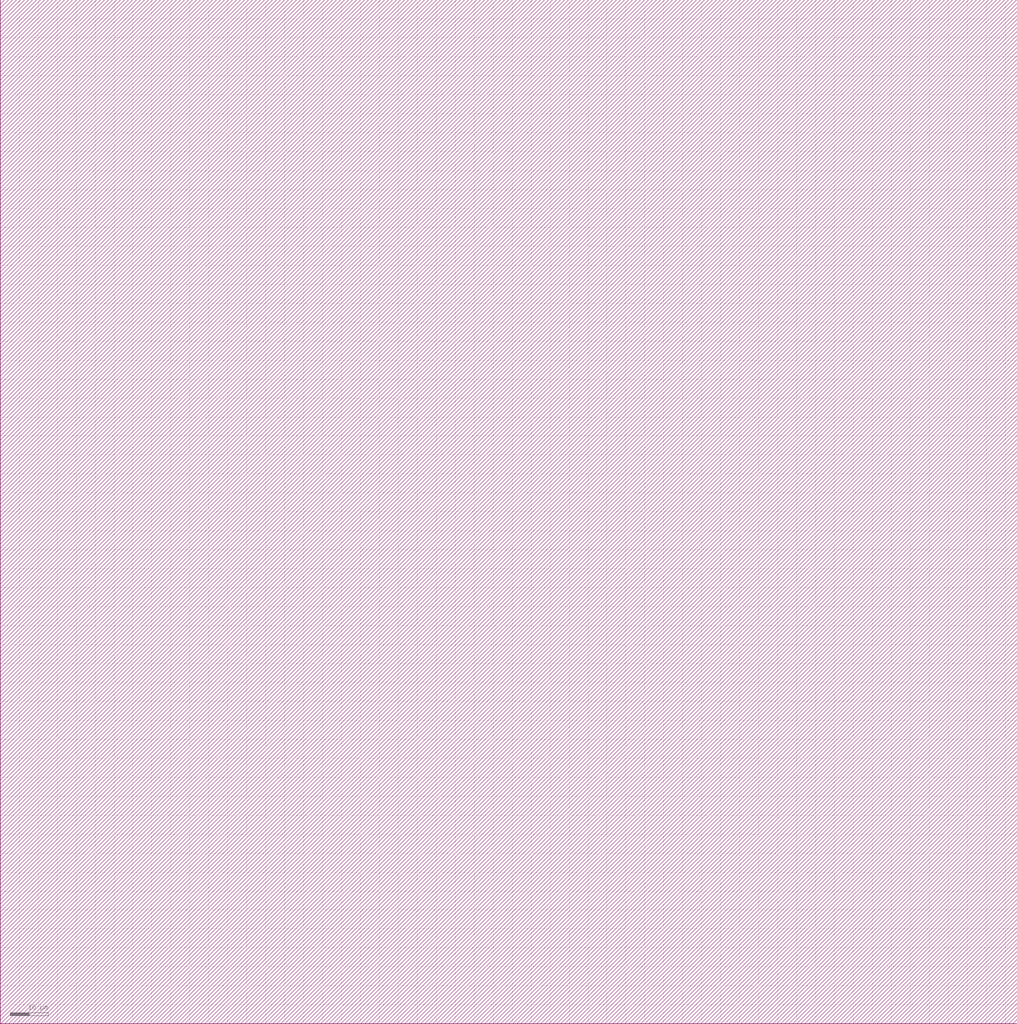
<source format=lef>
VERSION 5.6 ;

BUSBITCHARS "[]" ;

DIVIDERCHAR "/" ;

UNITS
    DATABASE MICRONS 1000 ;
END UNITS

MANUFACTURINGGRID 0.005000 ; 

CLEARANCEMEASURE EUCLIDEAN ; 

USEMINSPACING OBS ON ; 

SITE CoreSite
    CLASS CORE ;
    SIZE 0.600000 BY 0.300000 ;
END CoreSite

LAYER li
   TYPE ROUTING ;
   DIRECTION VERTICAL ;
   MINWIDTH 0.300000 ;
   AREA 0.056250 ;
   WIDTH 0.300000 ;
   SPACINGTABLE
      PARALLELRUNLENGTH 0.0
      WIDTH 0.0 0.225000 ;
   PITCH 0.600000 0.600000 ;
END li

LAYER mcon
    TYPE CUT ;
    SPACING 0.225000 ;
    WIDTH 0.300000 ;
    ENCLOSURE ABOVE 0.075000 0.075000 ;
    ENCLOSURE BELOW 0.000000 0.000000 ;
END mcon

LAYER met1
   TYPE ROUTING ;
   DIRECTION HORIZONTAL ;
   MINWIDTH 0.150000 ;
   AREA 0.084375 ;
   WIDTH 0.150000 ;
   SPACINGTABLE
      PARALLELRUNLENGTH 0.0
      WIDTH 0.0 0.150000 ;
   PITCH 0.300000 0.300000 ;
END met1

LAYER v1
    TYPE CUT ;
    SPACING 0.075000 ;
    WIDTH 0.300000 ;
    ENCLOSURE ABOVE 0.075000 0.075000 ;
    ENCLOSURE BELOW 0.075000 0.075000 ;
END v1

LAYER met2
   TYPE ROUTING ;
   DIRECTION VERTICAL ;
   MINWIDTH 0.150000 ;
   AREA 0.073125 ;
   WIDTH 0.150000 ;
   SPACINGTABLE
      PARALLELRUNLENGTH 0.0
      WIDTH 0.0 0.150000 ;
   PITCH 0.300000 0.300000 ;
END met2

LAYER v2
    TYPE CUT ;
    SPACING 0.150000 ;
    WIDTH 0.300000 ;
    ENCLOSURE ABOVE 0.075000 0.075000 ;
    ENCLOSURE BELOW 0.075000 0.000000 ;
END v2

LAYER met3
   TYPE ROUTING ;
   DIRECTION HORIZONTAL ;
   MINWIDTH 0.300000 ;
   AREA 0.241875 ;
   WIDTH 0.300000 ;
   SPACINGTABLE
      PARALLELRUNLENGTH 0.0
      WIDTH 0.0 0.300000 ;
   PITCH 0.600000 0.600000 ;
END met3

LAYER v3
    TYPE CUT ;
    SPACING 0.150000 ;
    WIDTH 0.450000 ;
    ENCLOSURE ABOVE 0.075000 0.075000 ;
    ENCLOSURE BELOW 0.075000 0.000000 ;
END v3

LAYER met4
   TYPE ROUTING ;
   DIRECTION VERTICAL ;
   MINWIDTH 0.300000 ;
   AREA 0.241875 ;
   WIDTH 0.300000 ;
   SPACINGTABLE
      PARALLELRUNLENGTH 0.0
      WIDTH 0.0 0.300000 ;
   PITCH 0.600000 0.600000 ;
END met4

LAYER v4
    TYPE CUT ;
    SPACING 0.450000 ;
    WIDTH 1.200000 ;
    ENCLOSURE ABOVE 0.150000 0.150000 ;
    ENCLOSURE BELOW 0.000000 0.000000 ;
END v4

LAYER met5
   TYPE ROUTING ;
   DIRECTION HORIZONTAL ;
   MINWIDTH 1.650000 ;
   AREA 4.005000 ;
   WIDTH 1.650000 ;
   SPACINGTABLE
      PARALLELRUNLENGTH 0.0
      WIDTH 0.0 1.650000 ;
   PITCH 3.300000 3.300000 ;
END met5

LAYER OVERLAP
   TYPE OVERLAP ;
END OVERLAP

VIA mcon_C DEFAULT
   LAYER li ;
     RECT -0.150000 -0.150000 0.150000 0.150000 ;
   LAYER mcon ;
     RECT -0.150000 -0.150000 0.150000 0.150000 ;
   LAYER met1 ;
     RECT -0.225000 -0.225000 0.225000 0.225000 ;
END mcon_C

VIA v1_C DEFAULT
   LAYER met1 ;
     RECT -0.225000 -0.225000 0.225000 0.225000 ;
   LAYER v1 ;
     RECT -0.150000 -0.150000 0.150000 0.150000 ;
   LAYER met2 ;
     RECT -0.225000 -0.225000 0.225000 0.225000 ;
END v1_C

VIA v2_C DEFAULT
   LAYER met2 ;
     RECT -0.150000 -0.225000 0.150000 0.225000 ;
   LAYER v2 ;
     RECT -0.150000 -0.150000 0.150000 0.150000 ;
   LAYER met3 ;
     RECT -0.225000 -0.225000 0.225000 0.225000 ;
END v2_C

VIA v2_Ch
   LAYER met2 ;
     RECT -0.225000 -0.150000 0.225000 0.150000 ;
   LAYER v2 ;
     RECT -0.150000 -0.150000 0.150000 0.150000 ;
   LAYER met3 ;
     RECT -0.225000 -0.225000 0.225000 0.225000 ;
END v2_Ch

VIA v2_Cv
   LAYER met2 ;
     RECT -0.150000 -0.225000 0.150000 0.225000 ;
   LAYER v2 ;
     RECT -0.150000 -0.150000 0.150000 0.150000 ;
   LAYER met3 ;
     RECT -0.225000 -0.225000 0.225000 0.225000 ;
END v2_Cv

VIA v3_C DEFAULT
   LAYER met3 ;
     RECT -0.300000 -0.225000 0.300000 0.225000 ;
   LAYER v3 ;
     RECT -0.225000 -0.225000 0.225000 0.225000 ;
   LAYER met4 ;
     RECT -0.300000 -0.300000 0.300000 0.300000 ;
END v3_C

VIA v3_Ch
   LAYER met3 ;
     RECT -0.300000 -0.225000 0.300000 0.225000 ;
   LAYER v3 ;
     RECT -0.225000 -0.225000 0.225000 0.225000 ;
   LAYER met4 ;
     RECT -0.300000 -0.300000 0.300000 0.300000 ;
END v3_Ch

VIA v3_Cv
   LAYER met3 ;
     RECT -0.300000 -0.225000 0.300000 0.225000 ;
   LAYER v3 ;
     RECT -0.225000 -0.225000 0.225000 0.225000 ;
   LAYER met4 ;
     RECT -0.300000 -0.300000 0.300000 0.300000 ;
END v3_Cv

VIA v4_C DEFAULT
   LAYER met4 ;
     RECT -0.600000 -0.600000 0.600000 0.600000 ;
   LAYER v4 ;
     RECT -0.600000 -0.600000 0.600000 0.600000 ;
   LAYER met5 ;
     RECT -0.750000 -0.750000 0.750000 0.750000 ;
END v4_C

MACRO _0_0std_0_0cells_0_0LATCHINV
    CLASS CORE ;
    FOREIGN _0_0std_0_0cells_0_0LATCHINV 0.000000 0.000000 ;
    ORIGIN 0.000000 0.000000 ;
    SIZE 6.000000 BY 5.700000 ;
    SYMMETRY X Y ;
    SITE CoreSite ;
    PIN CLK
        DIRECTION INPUT ;
        USE SIGNAL ;
        PORT
        LAYER li ;
        RECT 1.800000 5.100000 2.100000 5.400000 ;
        RECT 1.800000 4.275000 2.025000 5.100000 ;
        RECT 1.800000 4.050000 2.025000 4.275000 ;
        RECT 1.800000 3.900000 2.025000 4.050000 ;
        RECT 1.800000 3.675000 2.700000 3.900000 ;
        RECT 2.700000 3.675000 2.925000 3.900000 ;
        RECT 2.925000 3.675000 3.000000 3.900000 ;
        END
        ANTENNAGATEAREA 0.506250 ;
    END CLK
    PIN D
        DIRECTION INPUT ;
        USE SIGNAL ;
        PORT
        LAYER li ;
        RECT 0.600000 5.100000 0.900000 5.400000 ;
        RECT 0.675000 4.650000 0.900000 5.100000 ;
        RECT 0.675000 4.425000 0.900000 4.650000 ;
        RECT 0.675000 4.350000 0.900000 4.425000 ;
        END
        ANTENNAGATEAREA 0.337500 ;
    END D
    PIN q
        DIRECTION INPUT ;
        USE SIGNAL ;
        PORT
        LAYER li ;
        RECT 3.150000 4.500000 3.375000 5.100000 ;
        RECT 3.150000 4.275000 3.375000 4.500000 ;
        RECT 3.150000 4.200000 3.375000 4.275000 ;
        RECT 3.000000 5.325000 3.300000 5.400000 ;
        RECT 3.000000 5.100000 3.375000 5.325000 ;
        END
        ANTENNAGATEAREA 0.225000 ;
    END q
    PIN __q
        DIRECTION OUTPUT ;
        USE SIGNAL ;
        PORT
        LAYER li ;
        RECT 1.725000 0.600000 1.950000 1.800000 ;
        RECT 1.725000 0.375000 2.100000 0.600000 ;
        RECT 1.725000 2.475000 1.950000 2.550000 ;
        RECT 1.725000 2.250000 1.950000 2.475000 ;
        RECT 1.725000 2.025000 1.950000 2.250000 ;
        RECT 1.725000 1.800000 1.950000 2.025000 ;
        RECT 1.800000 0.300000 2.100000 0.375000 ;
        RECT 2.550000 2.700000 2.775000 2.925000 ;
        RECT 2.550000 2.475000 2.775000 2.700000 ;
        RECT 2.550000 2.250000 2.775000 2.475000 ;
        RECT 2.550000 2.175000 2.775000 2.250000 ;
        RECT 2.550000 2.925000 2.775000 3.000000 ;
        RECT 4.425000 2.475000 4.650000 2.550000 ;
        RECT 4.425000 2.250000 4.650000 2.475000 ;
        RECT 4.425000 2.025000 4.650000 2.250000 ;
        RECT 4.425000 1.800000 4.650000 2.025000 ;
        RECT 4.425000 1.725000 4.650000 1.800000 ;
        RECT 4.875000 2.700000 4.950000 2.925000 ;
        RECT 4.875000 2.475000 5.250000 2.700000 ;
        RECT 4.875000 2.250000 4.950000 2.475000 ;
        RECT 4.950000 2.700000 5.175000 2.925000 ;
        RECT 4.950000 2.250000 5.175000 2.475000 ;
        RECT 5.175000 2.700000 5.250000 2.925000 ;
        RECT 5.175000 2.250000 5.250000 2.475000 ;
        LAYER mcon ;
        RECT 1.725000 2.250000 1.950000 2.475000 ;
        RECT 2.550000 2.250000 2.775000 2.475000 ;
        RECT 4.425000 2.250000 4.650000 2.475000 ;
        RECT 4.950000 2.250000 5.175000 2.475000 ;
        LAYER met1 ;
        RECT 1.650000 2.475000 5.250000 2.550000 ;
        RECT 1.650000 2.250000 1.725000 2.475000 ;
        RECT 1.650000 2.175000 5.250000 2.250000 ;
        RECT 1.725000 2.250000 1.950000 2.475000 ;
        RECT 1.950000 2.250000 2.550000 2.475000 ;
        RECT 2.550000 2.250000 2.775000 2.475000 ;
        RECT 2.775000 2.250000 4.425000 2.475000 ;
        RECT 4.425000 2.250000 4.650000 2.475000 ;
        RECT 4.650000 2.250000 4.950000 2.475000 ;
        RECT 4.950000 2.250000 5.175000 2.475000 ;
        RECT 5.175000 2.250000 5.250000 2.475000 ;
        END
        ANTENNADIFFAREA 1.406250 ;
    END __q
    PIN Vdd
        DIRECTION INPUT ;
        USE POWER ;
        PORT
        LAYER li ;
        RECT 1.200000 4.425000 1.425000 4.500000 ;
        RECT 1.200000 4.200000 1.425000 4.425000 ;
        RECT 1.200000 3.675000 1.425000 4.200000 ;
        RECT 1.200000 3.450000 1.425000 3.675000 ;
        RECT 1.200000 3.375000 1.425000 3.450000 ;
        RECT 3.600000 3.300000 3.825000 4.200000 ;
        RECT 3.600000 3.075000 3.825000 3.300000 ;
        RECT 3.600000 3.000000 3.825000 3.075000 ;
        RECT 3.600000 4.425000 3.825000 4.500000 ;
        RECT 3.600000 4.200000 3.825000 4.425000 ;
        LAYER mcon ;
        RECT 1.200000 4.200000 1.425000 4.425000 ;
        RECT 3.600000 4.200000 3.825000 4.425000 ;
        LAYER met1 ;
        RECT 1.125000 4.425000 3.900000 4.500000 ;
        RECT 1.125000 4.200000 1.200000 4.425000 ;
        RECT 1.125000 4.125000 3.900000 4.200000 ;
        RECT 1.200000 4.200000 1.425000 4.425000 ;
        RECT 1.425000 4.200000 3.600000 4.425000 ;
        RECT 3.600000 4.200000 3.825000 4.425000 ;
        RECT 3.825000 4.200000 3.900000 4.425000 ;
        END
        ANTENNADIFFAREA 0.815625 ;
    END Vdd
    PIN GND
        DIRECTION INPUT ;
        USE GROUND ;
        PORT
        LAYER li ;
        RECT 0.600000 1.950000 0.900000 2.025000 ;
        RECT 0.600000 1.725000 0.675000 1.950000 ;
        RECT 0.600000 1.200000 0.900000 1.725000 ;
        RECT 0.675000 1.725000 0.900000 1.950000 ;
        RECT 3.075000 1.725000 3.300000 1.950000 ;
        RECT 3.075000 1.950000 3.300000 2.025000 ;
        RECT 3.075000 1.650000 3.300000 1.725000 ;
        LAYER mcon ;
        RECT 0.675000 1.725000 0.900000 1.950000 ;
        RECT 3.075000 1.725000 3.300000 1.950000 ;
        LAYER met1 ;
        RECT 0.600000 1.950000 3.375000 2.025000 ;
        RECT 0.600000 1.725000 0.675000 1.950000 ;
        RECT 0.600000 1.650000 3.375000 1.725000 ;
        RECT 0.675000 1.725000 0.900000 1.950000 ;
        RECT 0.900000 1.725000 3.075000 1.950000 ;
        RECT 3.075000 1.725000 3.300000 1.950000 ;
        RECT 3.300000 1.725000 3.375000 1.950000 ;
        END
        ANTENNADIFFAREA 0.562500 ;
    END GND
    OBS
        LAYER li ;
        RECT 0.675000 3.525000 0.900000 3.600000 ;
        RECT 0.675000 3.300000 0.900000 3.525000 ;
        RECT 0.675000 3.225000 0.900000 3.300000 ;
        RECT 1.275000 1.125000 1.500000 2.775000 ;
        RECT 1.275000 0.900000 1.500000 1.125000 ;
        RECT 1.275000 0.825000 1.500000 0.900000 ;
        RECT 1.275000 2.775000 1.725000 3.000000 ;
        RECT 1.725000 2.775000 1.950000 3.000000 ;
        RECT 2.550000 1.650000 2.775000 1.725000 ;
        RECT 2.550000 1.425000 2.775000 1.650000 ;
        RECT 2.550000 1.125000 2.775000 1.425000 ;
        RECT 2.550000 0.900000 2.775000 1.125000 ;
        RECT 2.550000 0.825000 2.775000 0.900000 ;
        RECT 1.950000 2.775000 2.025000 3.000000 ;
        RECT 3.600000 1.950000 3.825000 2.025000 ;
        RECT 3.600000 1.725000 3.825000 1.950000 ;
        RECT 4.575000 1.125000 4.800000 1.200000 ;
        RECT 4.575000 0.900000 4.800000 1.125000 ;
        RECT 4.575000 0.825000 4.800000 0.900000 ;
        RECT 4.425000 3.525000 4.650000 3.600000 ;
        RECT 4.425000 3.300000 4.650000 3.525000 ;
        RECT 4.425000 3.225000 4.650000 3.300000 ;
        RECT 3.600000 1.650000 3.825000 1.725000 ;
        RECT 4.950000 1.725000 5.175000 1.950000 ;
        RECT 4.950000 1.650000 5.175000 1.725000 ;
        RECT 4.950000 1.950000 5.175000 2.025000 ;
        LAYER met1 ;
        RECT 0.600000 3.525000 4.725000 3.600000 ;
        RECT 0.600000 3.300000 0.675000 3.525000 ;
        RECT 0.600000 3.225000 4.725000 3.300000 ;
        RECT 0.675000 3.300000 0.900000 3.525000 ;
        RECT 0.900000 3.300000 4.425000 3.525000 ;
        RECT 3.525000 1.950000 5.250000 2.025000 ;
        RECT 3.525000 1.650000 5.250000 1.725000 ;
        RECT 1.200000 1.125000 4.875000 1.200000 ;
        RECT 1.200000 0.900000 1.275000 1.125000 ;
        RECT 1.200000 0.825000 4.875000 0.900000 ;
        RECT 4.425000 3.300000 4.650000 3.525000 ;
        RECT 1.275000 0.900000 1.500000 1.125000 ;
        RECT 4.650000 3.300000 4.725000 3.525000 ;
        RECT 1.500000 0.900000 2.550000 1.125000 ;
        RECT 2.550000 0.900000 2.775000 1.125000 ;
        RECT 3.525000 1.725000 3.600000 1.950000 ;
        RECT 2.775000 0.900000 4.575000 1.125000 ;
        RECT 3.600000 1.725000 3.825000 1.950000 ;
        RECT 4.575000 0.900000 4.800000 1.125000 ;
        RECT 3.825000 1.725000 4.950000 1.950000 ;
        RECT 4.800000 0.900000 4.875000 1.125000 ;
        RECT 4.950000 1.725000 5.175000 1.950000 ;
        RECT 5.175000 1.725000 5.250000 1.950000 ;
    END
END _0_0std_0_0cells_0_0LATCHINV

MACRO welltap_svt
    CLASS CORE WELLTAP ;
    FOREIGN welltap_svt 0.000000 0.000000 ;
    ORIGIN 0.000000 0.000000 ;
    SIZE 1.200000 BY 2.100000 ;
    SYMMETRY X Y ;
    SITE CoreSite ;
    PIN Vdd
        DIRECTION INPUT ;
        USE POWER ;
        PORT
        LAYER li ;
        RECT 0.525000 1.725000 0.900000 1.800000 ;
        RECT 0.525000 1.500000 0.600000 1.725000 ;
        RECT 0.525000 1.425000 0.900000 1.500000 ;
        RECT 0.600000 1.500000 0.825000 1.725000 ;
        RECT 0.825000 1.500000 0.900000 1.725000 ;
        LAYER mcon ;
        RECT 0.600000 1.500000 0.825000 1.725000 ;
        LAYER met1 ;
        RECT 0.525000 1.725000 0.900000 1.800000 ;
        RECT 0.525000 1.500000 0.600000 1.725000 ;
        RECT 0.525000 1.425000 0.900000 1.500000 ;
        RECT 0.600000 1.500000 0.825000 1.725000 ;
        RECT 0.825000 1.500000 0.900000 1.725000 ;
        END
    END Vdd
    PIN GND
        DIRECTION INPUT ;
        USE GROUND ;
        PORT
        LAYER li ;
        RECT 0.525000 0.525000 0.900000 0.600000 ;
        RECT 0.525000 0.300000 0.600000 0.525000 ;
        RECT 0.525000 0.225000 0.900000 0.300000 ;
        RECT 0.600000 0.300000 0.825000 0.525000 ;
        RECT 0.825000 0.300000 0.900000 0.525000 ;
        LAYER mcon ;
        RECT 0.600000 0.300000 0.825000 0.525000 ;
        LAYER met1 ;
        RECT 0.525000 0.525000 0.900000 0.600000 ;
        RECT 0.525000 0.300000 0.600000 0.525000 ;
        RECT 0.525000 0.225000 0.900000 0.300000 ;
        RECT 0.600000 0.300000 0.825000 0.525000 ;
        RECT 0.825000 0.300000 0.900000 0.525000 ;
        END
    END GND
END welltap_svt

MACRO circuitppnp
   CLASS CORE ;
   FOREIGN circuitppnp 0.000000 0.000000 ;
   ORIGIN 0.000000 0.000000 ; 
   SIZE 268.200000 BY 270.000000 ; 
   SYMMETRY X Y ;
   SITE CoreSite ;
END circuitppnp

MACRO circuitwell
   CLASS CORE ;
   FOREIGN circuitwell 0.000000 0.000000 ;
   ORIGIN 0.000000 0.000000 ; 
   SIZE 268.200000 BY 270.000000 ; 
   SYMMETRY X Y ;
   SITE CoreSite ;
END circuitwell


</source>
